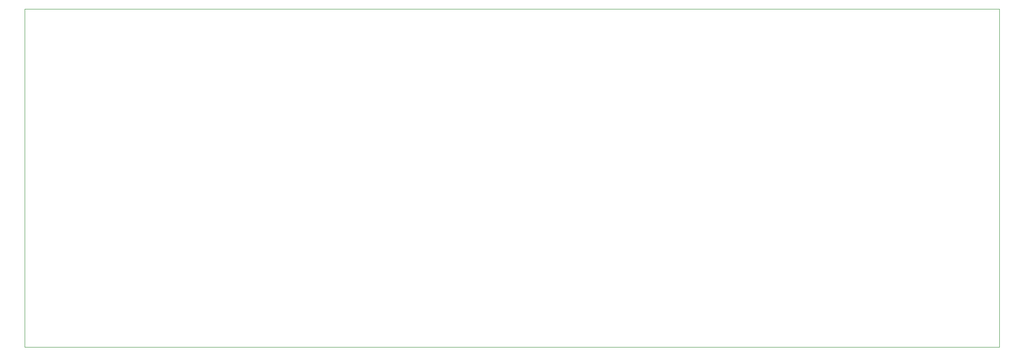
<source format=gbr>
G04 #@! TF.GenerationSoftware,KiCad,Pcbnew,(5.1.5-0-10_14)*
G04 #@! TF.CreationDate,2020-04-22T23:35:31+01:00*
G04 #@! TF.ProjectId,Display,44697370-6c61-4792-9e6b-696361645f70,rev?*
G04 #@! TF.SameCoordinates,Original*
G04 #@! TF.FileFunction,Profile,NP*
%FSLAX46Y46*%
G04 Gerber Fmt 4.6, Leading zero omitted, Abs format (unit mm)*
G04 Created by KiCad (PCBNEW (5.1.5-0-10_14)) date 2020-04-22 23:35:31*
%MOMM*%
%LPD*%
G04 APERTURE LIST*
%ADD10C,0.100000*%
G04 APERTURE END LIST*
D10*
X212000000Y-28000000D02*
X212000000Y-92000000D01*
X28000000Y-28000000D02*
X212000000Y-28000000D01*
X28000000Y-92000000D02*
X28000000Y-28000000D01*
X212000000Y-92000000D02*
X28000000Y-92000000D01*
M02*

</source>
